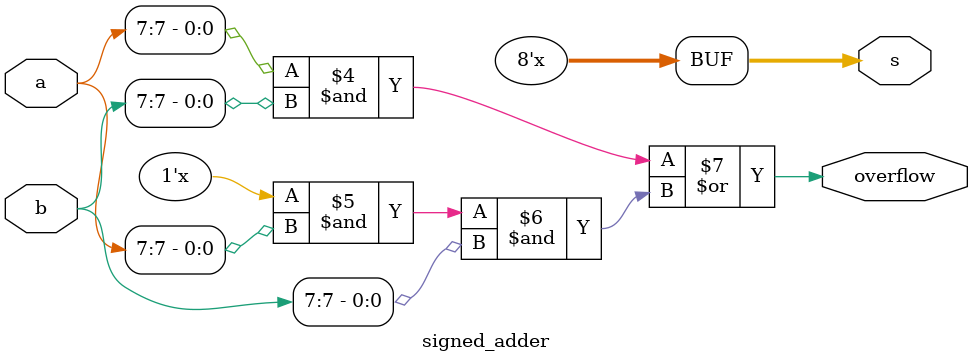
<source format=v>

module signed_adder(input [7:0] a,
    input [7:0] b,
    output [7:0] s,
    output overflow
); 

// The numbers a and b are added to the output s. 
// assign the occurence of the signed overflow of a and b to the output overflow.
// a signed overflow occurs if the most significant bits of a and b are low and the most significant bit of s is high
// a signed overflow may also occur if the most significant bits of a and b are high and the most significant bit of s is low




//An adder is a circuit. The summation is computed using a logical and.
//In this case, the handles to the gray output ports should be statically connected to the respective input ports.
wire overflow;

always @(a,b) 
s = a + b + carry[7];

assign overflow = (a[7] & b[7]) | (carry[7] & a[7] & b[7]);
endmodule

</source>
